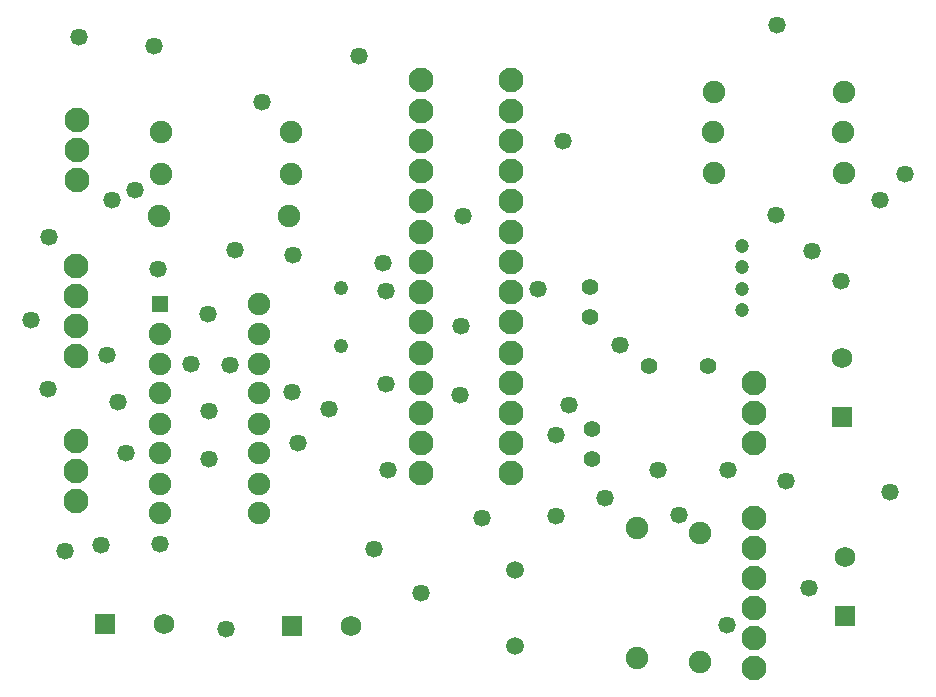
<source format=gbs>
G04*
G04 #@! TF.GenerationSoftware,Altium Limited,Altium Designer,21.1.1 (26)*
G04*
G04 Layer_Color=16711935*
%FSLAX42Y42*%
%MOMM*%
G71*
G04*
G04 #@! TF.SameCoordinates,0D4DF387-93E8-4759-912B-AE2A25D3863C*
G04*
G04*
G04 #@! TF.FilePolarity,Negative*
G04*
G01*
G75*
%ADD14C,1.23*%
%ADD15C,1.90*%
%ADD16C,2.10*%
%ADD17C,1.40*%
%ADD18C,1.73*%
%ADD19R,1.73X1.73*%
%ADD20R,1.73X1.73*%
%ADD22C,1.51*%
%ADD23C,1.20*%
%ADD24C,1.47*%
%ADD38R,1.45X1.45*%
D14*
X2743Y3622D02*
D03*
Y3134D02*
D03*
D15*
X1203Y4229D02*
D03*
X2303D02*
D03*
X1215Y4585D02*
D03*
X2315D02*
D03*
X1215Y4940D02*
D03*
X2315D02*
D03*
X7002Y4597D02*
D03*
X5902D02*
D03*
X7002Y5283D02*
D03*
X5902D02*
D03*
X6993Y4940D02*
D03*
X5893D02*
D03*
X1206Y3238D02*
D03*
Y2984D02*
D03*
Y2731D02*
D03*
Y2476D02*
D03*
Y2223D02*
D03*
Y1968D02*
D03*
Y1715D02*
D03*
X2046Y3492D02*
D03*
Y2731D02*
D03*
Y2476D02*
D03*
Y2223D02*
D03*
Y1968D02*
D03*
Y1715D02*
D03*
Y3238D02*
D03*
Y2984D02*
D03*
X5245Y1591D02*
D03*
Y491D02*
D03*
X5778Y1553D02*
D03*
Y453D02*
D03*
D16*
X508Y4788D02*
D03*
Y4534D02*
D03*
Y5042D02*
D03*
X495Y2070D02*
D03*
Y2324D02*
D03*
Y1816D02*
D03*
X3414Y5381D02*
D03*
Y5125D02*
D03*
Y4869D02*
D03*
Y4613D02*
D03*
Y4357D02*
D03*
Y4101D02*
D03*
Y3845D02*
D03*
Y3589D02*
D03*
Y3333D02*
D03*
Y3077D02*
D03*
Y2821D02*
D03*
Y2565D02*
D03*
Y2309D02*
D03*
Y2053D02*
D03*
X4178Y5381D02*
D03*
Y5125D02*
D03*
Y4869D02*
D03*
Y4613D02*
D03*
Y4357D02*
D03*
Y4101D02*
D03*
Y3845D02*
D03*
Y3589D02*
D03*
Y3333D02*
D03*
Y3077D02*
D03*
Y2821D02*
D03*
Y2565D02*
D03*
Y2309D02*
D03*
Y2053D02*
D03*
X6236Y2565D02*
D03*
Y2819D02*
D03*
Y2311D02*
D03*
Y1676D02*
D03*
Y1168D02*
D03*
Y660D02*
D03*
Y1422D02*
D03*
Y914D02*
D03*
Y406D02*
D03*
X495Y3810D02*
D03*
Y3302D02*
D03*
Y3556D02*
D03*
Y3048D02*
D03*
D17*
X4864Y2172D02*
D03*
Y2426D02*
D03*
X4851Y3632D02*
D03*
Y3378D02*
D03*
X5351Y2959D02*
D03*
X5851D02*
D03*
D18*
X6985Y3031D02*
D03*
X2828Y762D02*
D03*
X1241Y775D02*
D03*
X7010Y1342D02*
D03*
D19*
X6985Y2531D02*
D03*
X7010Y842D02*
D03*
D20*
X2328Y762D02*
D03*
X741Y775D02*
D03*
D22*
X4216Y1239D02*
D03*
Y589D02*
D03*
D23*
X6135Y3438D02*
D03*
Y3618D02*
D03*
Y3798D02*
D03*
Y3978D02*
D03*
D24*
X5601Y1702D02*
D03*
X758Y3052D02*
D03*
X5105Y3137D02*
D03*
X3137Y2083D02*
D03*
X2637Y2595D02*
D03*
X2375Y2311D02*
D03*
X2337Y3905D02*
D03*
X4674Y2629D02*
D03*
X1194Y3785D02*
D03*
X406Y1397D02*
D03*
X1613Y3404D02*
D03*
X1473Y2984D02*
D03*
X2070Y5194D02*
D03*
X6007Y771D02*
D03*
X1212Y1454D02*
D03*
X1765Y737D02*
D03*
X6426Y4242D02*
D03*
X3759Y3302D02*
D03*
X3772Y4229D02*
D03*
X3124Y3594D02*
D03*
X1845Y3946D02*
D03*
X260Y2769D02*
D03*
X267Y4051D02*
D03*
X521Y5747D02*
D03*
X1154Y5672D02*
D03*
X2896Y5588D02*
D03*
X5421Y2081D02*
D03*
X4407Y3619D02*
D03*
X4563Y2375D02*
D03*
X4559Y1689D02*
D03*
X4978Y1842D02*
D03*
X6731Y3937D02*
D03*
X7303Y4369D02*
D03*
X7518Y4585D02*
D03*
X6435Y5849D02*
D03*
X6972Y3683D02*
D03*
X7391Y1892D02*
D03*
X6506Y1985D02*
D03*
X6700Y1083D02*
D03*
X3937Y1676D02*
D03*
X3416Y1041D02*
D03*
X3023Y1410D02*
D03*
X921Y2229D02*
D03*
X711Y1448D02*
D03*
X851Y2654D02*
D03*
X116Y3353D02*
D03*
X996Y4452D02*
D03*
X800Y4369D02*
D03*
X2324Y2743D02*
D03*
X1803Y2972D02*
D03*
X4623Y4864D02*
D03*
X3099Y3835D02*
D03*
X3124Y2807D02*
D03*
X3747Y2718D02*
D03*
X6020Y2083D02*
D03*
X1623Y2586D02*
D03*
X1626Y2178D02*
D03*
D38*
X1206Y3492D02*
D03*
M02*

</source>
